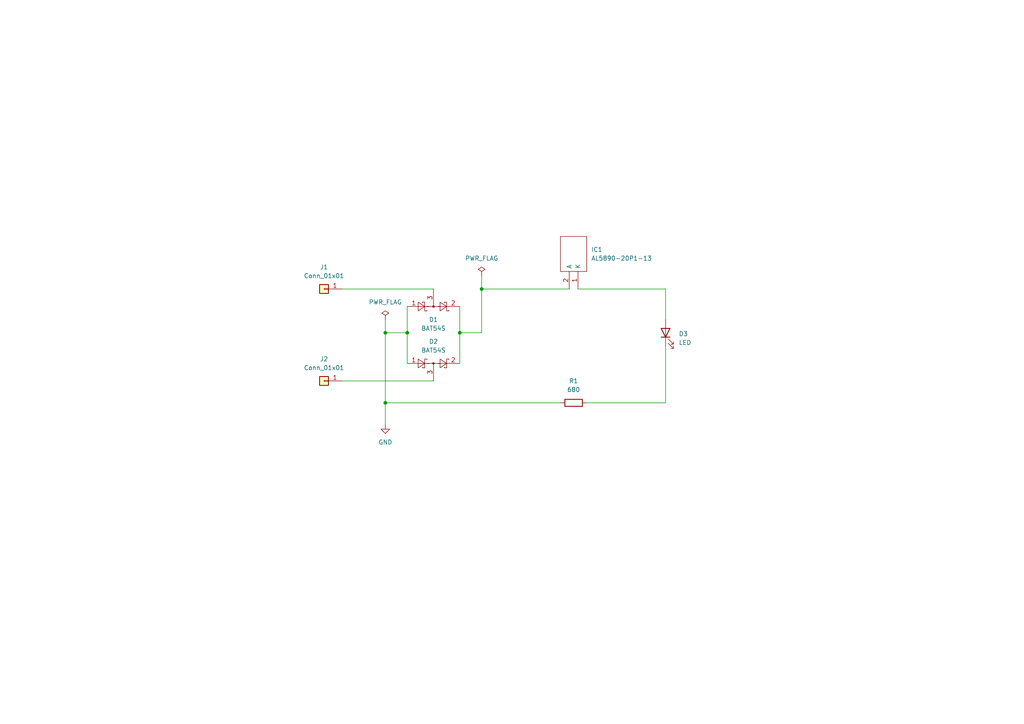
<source format=kicad_sch>
(kicad_sch (version 20211123) (generator eeschema)
  (paper "A4")
  (title_block (title "EndPCRailBoard"))
  (lib_symbols
    (symbol "0-LocalLibrary:AL5890-20P1-13" (pin_names (offset 0.762))
      (property "Reference" "IC" (at 16.51 7.62 0))
      (property "Value" "AL5890-20P1-13" (at 16.51 5.08 0))
      (symbol "AL5890-20P1-13_0_0"
        (pin passive line (at 0 0 0) (length 5.08) (name "K") (number "1"))
        (pin passive line (at 0 -2.54 0) (length 5.08) (name "A") (number "2"))
      )
      (symbol "AL5890-20P1-13_0_1"
        (polyline (pts (xy 5.08 2.54) (xy 15.24 2.54) (xy 15.24 -5.08) (xy 5.08 -5.08) (xy 5.08 2.54)) (stroke (width 0.1524)))
      )
    )
    (symbol "0-LocalLibrary:BAT54S" (pin_names (offset 1.016))
      (property "Reference" "D" (at 0.635 -3.81 0))
      (property "Value" "BAT54S" (at -6.35 3.175 0))
      (symbol "BAT54S_0_1"
        (polyline (pts (xy -3.81 0) (xy -1.27 0)))
        (polyline (pts (xy -3.175 -1.27) (xy -3.175 -1.016)))
        (polyline (pts (xy -2.54 -1.27) (xy -3.175 -1.27)))
        (polyline (pts (xy -2.54 -1.27) (xy -2.54 1.27)))
        (polyline (pts (xy -2.54 1.27) (xy -1.905 1.27)))
        (polyline (pts (xy -1.905 0) (xy 1.905 0)))
        (polyline (pts (xy -1.905 1.27) (xy -1.905 1.016)))
        (polyline (pts (xy 1.27 0) (xy 3.81 0)))
        (polyline (pts (xy 3.175 -1.27) (xy 3.175 -1.016)))
        (polyline (pts (xy 3.81 -1.27) (xy 3.175 -1.27)))
        (polyline (pts (xy 3.81 -1.27) (xy 3.81 1.27)))
        (polyline (pts (xy 3.81 1.27) (xy 4.445 1.27)))
        (polyline (pts (xy 4.445 1.27) (xy 4.445 1.016)))
        (polyline (pts (xy -4.445 1.27) (xy -4.445 -1.27) (xy -2.54 0) (xy -4.445 1.27)))
        (polyline (pts (xy 1.905 1.27) (xy 1.905 -1.27) (xy 3.81 0) (xy 1.905 1.27)))
        (circle (center 0 0) (radius 0.254) (fill (type outline)))
      )
      (symbol "BAT54S_1_1"
        (pin passive line (at -7.62 0 0) (length 3.81) (name "~") (number "1"))
        (pin passive line (at 7.62 0 180) (length 3.81) (name "~") (number "2"))
        (pin passive line (at 0 -5.08 90) (length 5.08) (name "~") (number "3"))
      )
    )
    (symbol "0-LocalLibrary:Conn_01x01" (pin_names (offset 1.016) hide)
      (property "Reference" "J" (at 0 2.54 0))
      (property "Value" "Conn_01x01" (at 0 -2.54 0))
      (symbol "Conn_01x01_1_1"
        (rectangle (start -1.27 0.127) (end 0 -0.127) (stroke (width 0.1524)))
        (rectangle (start -1.27 1.27) (end 1.27 -1.27) (stroke (width 0.254)) (fill (type background)))
        (pin passive line (at -5.08 0 0) (length 3.81) (name "Pin_1") (number "1"))
      )
    )
    (symbol "0-LocalLibrary:GND" (power) (pin_names (offset 0))
      (property "Value" "GND" (at 0 -3.81 0))
      (symbol "GND_0_1"
        (polyline (pts (xy 0 0) (xy 0 -1.27) (xy 1.27 -1.27) (xy 0 -2.54) (xy -1.27 -1.27) (xy 0 -1.27)))
      )
      (symbol "GND_1_1"
        (pin power_in line (at 0 0 270) (length 0) hide (name "GND") (number "1"))
      )
    )
    (symbol "0-LocalLibrary:LED" (pin_numbers hide) (pin_names (offset 1.016) hide)
      (property "Reference" "D" (at 0 2.54 0))
      (property "Value" "LED" (at 0 -2.54 0))
      (symbol "LED_0_1"
        (polyline (pts (xy -1.27 -1.27) (xy -1.27 1.27)) (stroke (width 0.254)))
        (polyline (pts (xy -1.27 0) (xy 1.27 0)))
        (polyline (pts (xy 1.27 -1.27) (xy 1.27 1.27) (xy -1.27 0) (xy 1.27 -1.27)) (stroke (width 0.254)))
        (polyline (pts (xy -3.048 -0.762) (xy -4.572 -2.286) (xy -3.81 -2.286) (xy -4.572 -2.286) (xy -4.572 -1.524)))
        (polyline (pts (xy -1.778 -0.762) (xy -3.302 -2.286) (xy -2.54 -2.286) (xy -3.302 -2.286) (xy -3.302 -1.524)))
      )
      (symbol "LED_1_1"
        (pin passive line (at -3.81 0 0) (length 2.54) (name "K") (number "1"))
        (pin passive line (at 3.81 0 180) (length 2.54) (name "A") (number "2"))
      )
    )
    (symbol "0-LocalLibrary:PWR_FLAG" (power) (pin_numbers hide) (pin_names (offset 0) hide)
      (property "Value" "PWR_FLAG" (at 0 3.81 0))
      (symbol "PWR_FLAG_0_0"
        (pin power_out line (at 0 0 90) (length 0) (name "pwr") (number "1"))
      )
      (symbol "PWR_FLAG_0_1"
        (polyline (pts (xy 0 0) (xy 0 1.27) (xy -1.016 1.905) (xy 0 2.54) (xy 1.016 1.905) (xy 0 1.27)))
      )
    )
    (symbol "0-LocalLibrary:R" (pin_numbers hide) (pin_names (offset 0))
      (property "Reference" "R" (at 2.032 0 90))
      (property "Value" "R" (at 0 0 90))
      (symbol "R_0_1"
        (rectangle (start -1.016 -2.54) (end 1.016 2.54) (stroke (width 0.254)))
      )
      (symbol "R_1_1"
        (pin passive line (at 0 3.81 270) (length 1.27) (name "~") (number "1"))
        (pin passive line (at 0 -3.81 90) (length 1.27) (name "~") (number "2"))
      )
    )
  )
  (junction (at 111.76 96.52))
  (junction (at 139.7 83.82))
  (junction (at 133.35 96.52))
  (junction (at 111.76 116.84))
  (junction (at 118.11 96.52))
  (wire (pts (xy 111.76 116.84) (xy 111.76 123.19)))
  (wire (pts (xy 133.35 88.9) (xy 133.35 96.52)))
  (wire (pts (xy 193.04 100.33) (xy 193.04 116.84)))
  (wire (pts (xy 99.06 110.49) (xy 125.73 110.49)))
  (wire (pts (xy 139.7 80.01) (xy 139.7 83.82)))
  (wire (pts (xy 133.35 96.52) (xy 139.7 96.52)))
  (wire (pts (xy 111.76 96.52) (xy 111.76 116.84)))
  (wire (pts (xy 118.11 88.9) (xy 118.11 96.52)))
  (wire (pts (xy 167.64 83.82) (xy 193.04 83.82)))
  (wire (pts (xy 99.06 83.82) (xy 125.73 83.82)))
  (wire (pts (xy 139.7 83.82) (xy 139.7 96.52)))
  (wire (pts (xy 118.11 96.52) (xy 111.76 96.52)))
  (wire (pts (xy 193.04 83.82) (xy 193.04 92.71)))
  (wire (pts (xy 111.76 116.84) (xy 162.56 116.84)))
  (wire (pts (xy 133.35 96.52) (xy 133.35 105.41)))
  (wire (pts (xy 111.76 92.71) (xy 111.76 96.52)))
  (wire (pts (xy 139.7 83.82) (xy 165.1 83.82)))
  (wire (pts (xy 118.11 96.52) (xy 118.11 105.41)))
  (wire (pts (xy 170.18 116.84) (xy 193.04 116.84)))
  (symbol (lib_id "0-LocalLibrary:BAT54S") (at 125.73 88.9 0) (mirror x) (unit 1)
    (property "Reference" "D1" (at 125.73 92.71 0))
    (property "Value" "BAT54S" (at 125.73 95.25 0))
    (property "Footprint" "0-LocalLibrary:SOT-23" (effects hide))
    (property "Datasheet" "https://www.diodes.com/assets/Datasheets/ds11005.pdf" (effects hide))
    (property "Description" "Schottky barrier diode bridge; SOT-23" (effects hide))
  )
  (symbol (lib_id "0-LocalLibrary:PWR_FLAG") (at 111.76 92.71 0) (unit 1)
    (property "Reference" "#FLG02" (effects hide))
    (property "Value" "PWR_FLAG" (at 111.76 87.63 0))
  )
  (symbol (lib_id "0-LocalLibrary:Conn_01x01") (at 93.98 110.49 0) (mirror y) (unit 1) (in_bom no)
    (property "Reference" "J2" (at 93.98 104.14 0))
    (property "Value" "Conn_01x01" (at 93.98 106.68 0))
    (property "Footprint" "0-LocalLibrary:Solder_Pad_3.0x5.0mm" (effects hide))
  )
  (symbol (lib_id "0-LocalLibrary:BAT54S") (at 125.73 105.41 0) (unit 1)
    (property "Reference" "D2" (at 125.73 99.06 0))
    (property "Value" "BAT54S" (at 125.73 101.6 0))
    (property "Footprint" "0-LocalLibrary:SOT-23" (effects hide))
    (property "Datasheet" "https://www.diodes.com/assets/Datasheets/ds11005.pdf" (effects hide))
    (property "Description" "Schottky barrier diode bridge; SOT-23" (effects hide))
  )
  (symbol (lib_id "0-LocalLibrary:LED") (at 193.04 96.52 90) (unit 1)
    (property "Reference" "D3" (at 196.85 96.8374 90) (effects (justify right)))
    (property "Value" "LED" (at 196.85 99.3774 90) (effects (justify right)))
    (property "Footprint" "0-LocalLibrary:LED_0805_2012Metric" (effects hide))
    (property "Description" "SMD 0805 LED; warm white" (effects hide))
  )
  (symbol (lib_id "0-LocalLibrary:PWR_FLAG") (at 139.7 80.01 0) (unit 1)
    (property "Reference" "#FLG01" (effects hide))
    (property "Value" "PWR_FLAG" (at 139.7 74.93 0))
  )
  (symbol (lib_id "0-LocalLibrary:AL5890-20P1-13") (at 167.64 83.82 270) (mirror x) (unit 1)
    (property "Reference" "IC1" (at 171.45 72.3899 90) (effects (justify left)))
    (property "Value" "AL5890-20P1-13" (at 171.45 74.9299 90) (effects (justify left)))
    (property "Footprint" "0-LocalLibrary:SODFL3718X100N" (effects hide))
    (property "Datasheet" "https://www.diodes.com/assets/Datasheets/AL5890.pdf" (effects hide))
    (property "Description" "LED Lighting Drivers 20mA LED Linear Driver, PowerDI123" (effects hide))
    (property "Height" "1" (effects hide))
    (property "Manufacturer_Name" "Diodes Inc." (effects hide))
    (property "Manufacturer_Part_Number" "AL5890-20P1-13" (effects hide))
    (property "Mouser Part Number" "621-AL5890-20P1-13" (effects hide))
    (property "Mouser Price/Stock" "https://www.mouser.co.uk/ProductDetail/Diodes-Incorporated/AL5890-20P1-13?qs=W0yvOO0ixfFCSjYJtC119A%3D%3D" (effects hide))
    (property "Arrow Part Number" "AL5890-20P1-13" (effects hide))
    (property "Arrow Price/Stock" "https://www.arrow.com/en/products/al5890-20p1-13/diodes-incorporated?region=nac" (effects hide))
    (property "Procurment" "AkizukiDenshi-Order-Code: I-17039" (effects hide))
  )
  (symbol (lib_id "0-LocalLibrary:GND") (at 111.76 123.19 0) (unit 1)
    (property "Reference" "#PWR0101" (effects hide))
    (property "Value" "GND" (at 111.76 128.27 0))
  )
  (symbol (lib_id "0-LocalLibrary:R") (at 166.37 116.84 270) (unit 1)
    (property "Reference" "R1" (at 166.37 110.49 90))
    (property "Value" "680" (at 166.37 113.03 90))
    (property "Footprint" "0-LocalLibrary:R_1206_3216Metric" (effects hide))
    (property "Reference" "R1" (effects hide))
    (property "Value" "680" (effects hide))
    (property "Description" "SMD 1206 Register" (effects hide))
    (property "Footprint" "0-LocalLibrary:R_1206_3216Metric" (effects hide))
  )
  (symbol (lib_id "0-LocalLibrary:Conn_01x01") (at 93.98 83.82 0) (mirror y) (unit 1) (in_bom no)
    (property "Reference" "J1" (at 93.98 77.47 0))
    (property "Value" "Conn_01x01" (at 93.98 80.01 0))
    (property "Footprint" "0-LocalLibrary:Solder_Pad_3.0x5.0mm" (effects hide))
  )
)
</source>
